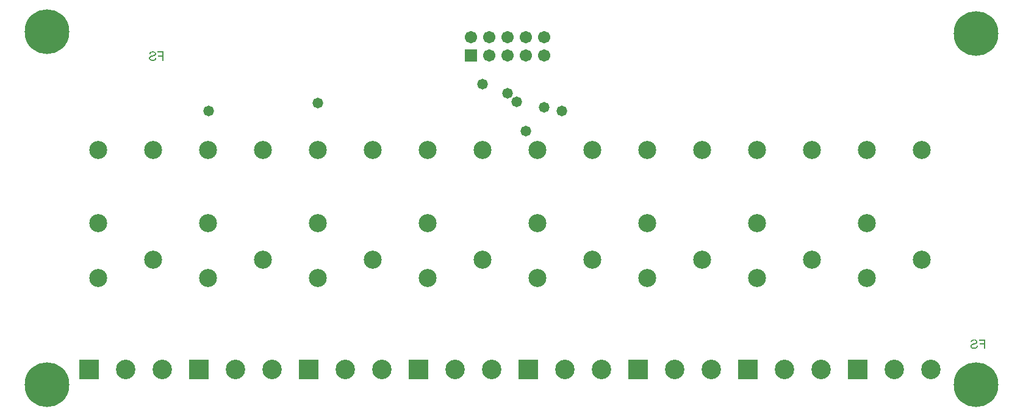
<source format=gbs>
G04 Layer_Color=16711935*
%FSLAX44Y44*%
%MOMM*%
G71*
G01*
G75*
%ADD28C,2.5032*%
%ADD29C,6.2032*%
%ADD30R,1.7032X1.7032*%
%ADD31C,1.7032*%
%ADD32R,2.7032X2.7032*%
%ADD33C,2.7032*%
%ADD34C,1.4732*%
G36*
X197500Y485000D02*
X195803D01*
Y490813D01*
X189795D01*
Y492315D01*
X195803D01*
Y496314D01*
X188859D01*
Y497816D01*
X197500D01*
Y485000D01*
D02*
G37*
G36*
X182714Y498012D02*
X183162Y497953D01*
X183553Y497894D01*
X183904Y497816D01*
X184177Y497719D01*
X184294Y497680D01*
X184391Y497660D01*
X184489Y497621D01*
X184548Y497602D01*
X184567Y497582D01*
X184587D01*
X184957Y497407D01*
X185289Y497192D01*
X185562Y496978D01*
X185777Y496782D01*
X185952Y496587D01*
X186089Y496431D01*
X186167Y496334D01*
X186186Y496314D01*
Y496295D01*
X186362Y495983D01*
X186498Y495651D01*
X186596Y495359D01*
X186654Y495066D01*
X186693Y494832D01*
X186732Y494656D01*
Y494578D01*
Y494520D01*
Y494500D01*
Y494481D01*
X186713Y494169D01*
X186654Y493856D01*
X186596Y493583D01*
X186498Y493349D01*
X186420Y493154D01*
X186362Y493018D01*
X186303Y492920D01*
X186284Y492881D01*
X186089Y492627D01*
X185874Y492393D01*
X185659Y492198D01*
X185425Y492023D01*
X185230Y491886D01*
X185074Y491789D01*
X184957Y491711D01*
X184938Y491691D01*
X184918D01*
X184782Y491613D01*
X184606Y491555D01*
X184235Y491418D01*
X183826Y491282D01*
X183416Y491145D01*
X183046Y491047D01*
X182889Y491008D01*
X182753Y490969D01*
X182636Y490930D01*
X182538Y490911D01*
X182480Y490891D01*
X182460D01*
X182148Y490813D01*
X181856Y490735D01*
X181582Y490677D01*
X181348Y490618D01*
X181153Y490560D01*
X180958Y490501D01*
X180802Y490462D01*
X180646Y490423D01*
X180529Y490384D01*
X180431Y490345D01*
X180275Y490306D01*
X180197Y490287D01*
X180178Y490267D01*
X179905Y490150D01*
X179651Y490014D01*
X179456Y489897D01*
X179300Y489779D01*
X179183Y489662D01*
X179086Y489584D01*
X179046Y489526D01*
X179027Y489506D01*
X178910Y489331D01*
X178832Y489155D01*
X178754Y488980D01*
X178715Y488804D01*
X178695Y488667D01*
X178676Y488550D01*
Y488473D01*
Y488453D01*
X178695Y488238D01*
X178734Y488043D01*
X178793Y487848D01*
X178851Y487692D01*
X178929Y487556D01*
X178988Y487458D01*
X179027Y487380D01*
X179046Y487360D01*
X179202Y487185D01*
X179378Y487029D01*
X179554Y486892D01*
X179749Y486775D01*
X179905Y486678D01*
X180041Y486619D01*
X180119Y486580D01*
X180158Y486561D01*
X180451Y486463D01*
X180744Y486405D01*
X181017Y486346D01*
X181290Y486327D01*
X181504Y486307D01*
X181700Y486288D01*
X181856D01*
X182246Y486307D01*
X182616Y486346D01*
X182967Y486405D01*
X183241Y486483D01*
X183494Y486541D01*
X183670Y486600D01*
X183787Y486639D01*
X183806Y486658D01*
X183826D01*
X184118Y486814D01*
X184391Y486970D01*
X184606Y487146D01*
X184782Y487302D01*
X184938Y487439D01*
X185035Y487556D01*
X185094Y487634D01*
X185113Y487653D01*
X185250Y487907D01*
X185367Y488160D01*
X185445Y488433D01*
X185523Y488687D01*
X185562Y488921D01*
X185601Y489097D01*
X185620Y489214D01*
Y489233D01*
Y489253D01*
X187220Y489116D01*
X187181Y488648D01*
X187103Y488219D01*
X186986Y487809D01*
X186869Y487478D01*
X186752Y487185D01*
X186693Y487068D01*
X186635Y486970D01*
X186596Y486892D01*
X186557Y486834D01*
X186537Y486814D01*
Y486795D01*
X186264Y486444D01*
X185952Y486132D01*
X185659Y485878D01*
X185347Y485663D01*
X185094Y485488D01*
X184879Y485371D01*
X184801Y485332D01*
X184743Y485293D01*
X184704Y485273D01*
X184684D01*
X184216Y485117D01*
X183728Y485000D01*
X183241Y484903D01*
X182792Y484844D01*
X182577Y484825D01*
X182382Y484805D01*
X182207D01*
X182070Y484786D01*
X181777D01*
X181270Y484805D01*
X180822Y484864D01*
X180392Y484942D01*
X180041Y485039D01*
X179729Y485117D01*
X179612Y485156D01*
X179515Y485195D01*
X179437Y485234D01*
X179378Y485254D01*
X179339Y485273D01*
X179320D01*
X178929Y485488D01*
X178578Y485702D01*
X178286Y485937D01*
X178052Y486171D01*
X177857Y486366D01*
X177740Y486522D01*
X177642Y486639D01*
X177623Y486678D01*
X177427Y487009D01*
X177291Y487360D01*
X177174Y487692D01*
X177115Y487985D01*
X177076Y488238D01*
X177037Y488433D01*
Y488512D01*
Y488570D01*
Y488590D01*
Y488609D01*
X177057Y488980D01*
X177115Y489331D01*
X177213Y489643D01*
X177310Y489897D01*
X177408Y490131D01*
X177505Y490287D01*
X177564Y490384D01*
X177583Y490423D01*
X177798Y490696D01*
X178052Y490950D01*
X178325Y491184D01*
X178598Y491379D01*
X178851Y491516D01*
X179046Y491633D01*
X179125Y491672D01*
X179163Y491711D01*
X179202Y491730D01*
X179222D01*
X179378Y491789D01*
X179573Y491867D01*
X179768Y491945D01*
X180002Y492003D01*
X180471Y492140D01*
X180939Y492276D01*
X181368Y492374D01*
X181563Y492432D01*
X181738Y492471D01*
X181875Y492510D01*
X181973Y492530D01*
X182051Y492550D01*
X182070D01*
X182441Y492647D01*
X182772Y492725D01*
X183065Y492803D01*
X183338Y492901D01*
X183572Y492979D01*
X183767Y493037D01*
X183943Y493115D01*
X184099Y493193D01*
X184235Y493252D01*
X184352Y493291D01*
X184431Y493349D01*
X184489Y493388D01*
X184587Y493447D01*
X184606Y493466D01*
X184762Y493642D01*
X184879Y493817D01*
X184977Y494012D01*
X185035Y494188D01*
X185074Y494344D01*
X185094Y494481D01*
Y494559D01*
Y494598D01*
X185055Y494890D01*
X184977Y495144D01*
X184879Y495378D01*
X184743Y495573D01*
X184625Y495749D01*
X184508Y495866D01*
X184431Y495944D01*
X184411Y495963D01*
X184274Y496061D01*
X184118Y496158D01*
X183767Y496295D01*
X183397Y496392D01*
X183026Y496451D01*
X182694Y496509D01*
X182538D01*
X182421Y496529D01*
X182168D01*
X181641Y496509D01*
X181192Y496431D01*
X180802Y496334D01*
X180490Y496217D01*
X180256Y496100D01*
X180080Y496002D01*
X179983Y495924D01*
X179944Y495905D01*
X179690Y495651D01*
X179476Y495359D01*
X179320Y495066D01*
X179202Y494773D01*
X179125Y494500D01*
X179086Y494286D01*
X179066Y494208D01*
X179046Y494149D01*
Y494110D01*
Y494090D01*
X177427Y494208D01*
X177466Y494617D01*
X177544Y494988D01*
X177661Y495339D01*
X177778Y495632D01*
X177876Y495866D01*
X177974Y496061D01*
X178052Y496178D01*
X178071Y496217D01*
X178305Y496529D01*
X178578Y496802D01*
X178851Y497036D01*
X179125Y497231D01*
X179378Y497368D01*
X179573Y497485D01*
X179651Y497524D01*
X179710Y497543D01*
X179729Y497563D01*
X179749D01*
X180158Y497719D01*
X180588Y497836D01*
X181017Y497914D01*
X181407Y497972D01*
X181738Y498012D01*
X181875D01*
X182012Y498031D01*
X182246D01*
X182714Y498012D01*
D02*
G37*
G36*
X1337500Y85000D02*
X1335803D01*
Y90813D01*
X1329795D01*
Y92315D01*
X1335803D01*
Y96314D01*
X1328859D01*
Y97816D01*
X1337500D01*
Y85000D01*
D02*
G37*
G36*
X1322714Y98012D02*
X1323163Y97953D01*
X1323553Y97894D01*
X1323904Y97816D01*
X1324177Y97719D01*
X1324294Y97680D01*
X1324391Y97660D01*
X1324489Y97621D01*
X1324547Y97602D01*
X1324567Y97582D01*
X1324586D01*
X1324957Y97407D01*
X1325289Y97192D01*
X1325562Y96978D01*
X1325776Y96783D01*
X1325952Y96587D01*
X1326089Y96431D01*
X1326167Y96334D01*
X1326186Y96314D01*
Y96295D01*
X1326362Y95983D01*
X1326498Y95651D01*
X1326596Y95358D01*
X1326654Y95066D01*
X1326693Y94832D01*
X1326732Y94656D01*
Y94578D01*
Y94520D01*
Y94500D01*
Y94481D01*
X1326713Y94169D01*
X1326654Y93856D01*
X1326596Y93583D01*
X1326498Y93349D01*
X1326420Y93154D01*
X1326362Y93018D01*
X1326303Y92920D01*
X1326284Y92881D01*
X1326089Y92627D01*
X1325874Y92393D01*
X1325659Y92198D01*
X1325425Y92023D01*
X1325230Y91886D01*
X1325074Y91789D01*
X1324957Y91711D01*
X1324938Y91691D01*
X1324918D01*
X1324782Y91613D01*
X1324606Y91555D01*
X1324235Y91418D01*
X1323826Y91281D01*
X1323416Y91145D01*
X1323045Y91047D01*
X1322889Y91008D01*
X1322753Y90969D01*
X1322636Y90930D01*
X1322538Y90911D01*
X1322480Y90891D01*
X1322460D01*
X1322148Y90813D01*
X1321855Y90735D01*
X1321582Y90677D01*
X1321348Y90618D01*
X1321153Y90560D01*
X1320958Y90501D01*
X1320802Y90462D01*
X1320646Y90423D01*
X1320529Y90384D01*
X1320432Y90345D01*
X1320275Y90306D01*
X1320197Y90287D01*
X1320178Y90267D01*
X1319905Y90150D01*
X1319651Y90014D01*
X1319456Y89896D01*
X1319300Y89779D01*
X1319183Y89662D01*
X1319086Y89584D01*
X1319046Y89526D01*
X1319027Y89506D01*
X1318910Y89331D01*
X1318832Y89155D01*
X1318754Y88980D01*
X1318715Y88804D01*
X1318695Y88667D01*
X1318676Y88551D01*
Y88472D01*
Y88453D01*
X1318695Y88238D01*
X1318734Y88043D01*
X1318793Y87848D01*
X1318851Y87692D01*
X1318929Y87556D01*
X1318988Y87458D01*
X1319027Y87380D01*
X1319046Y87361D01*
X1319203Y87185D01*
X1319378Y87029D01*
X1319554Y86892D01*
X1319749Y86775D01*
X1319905Y86678D01*
X1320041Y86619D01*
X1320119Y86580D01*
X1320158Y86561D01*
X1320451Y86463D01*
X1320744Y86405D01*
X1321017Y86346D01*
X1321290Y86327D01*
X1321504Y86307D01*
X1321699Y86288D01*
X1321855D01*
X1322246Y86307D01*
X1322616Y86346D01*
X1322967Y86405D01*
X1323241Y86483D01*
X1323494Y86541D01*
X1323670Y86600D01*
X1323787Y86639D01*
X1323806Y86658D01*
X1323826D01*
X1324118Y86814D01*
X1324391Y86970D01*
X1324606Y87146D01*
X1324782Y87302D01*
X1324938Y87439D01*
X1325035Y87556D01*
X1325094Y87634D01*
X1325113Y87653D01*
X1325250Y87907D01*
X1325367Y88160D01*
X1325445Y88434D01*
X1325523Y88687D01*
X1325562Y88921D01*
X1325601Y89097D01*
X1325620Y89214D01*
Y89233D01*
Y89253D01*
X1327220Y89116D01*
X1327181Y88648D01*
X1327103Y88219D01*
X1326986Y87809D01*
X1326869Y87478D01*
X1326752Y87185D01*
X1326693Y87068D01*
X1326635Y86970D01*
X1326596Y86892D01*
X1326557Y86834D01*
X1326537Y86814D01*
Y86795D01*
X1326264Y86444D01*
X1325952Y86132D01*
X1325659Y85878D01*
X1325347Y85663D01*
X1325094Y85488D01*
X1324879Y85371D01*
X1324801Y85332D01*
X1324743Y85293D01*
X1324704Y85273D01*
X1324684D01*
X1324216Y85117D01*
X1323728Y85000D01*
X1323241Y84903D01*
X1322792Y84844D01*
X1322577Y84825D01*
X1322382Y84805D01*
X1322207D01*
X1322070Y84786D01*
X1321777D01*
X1321270Y84805D01*
X1320822Y84864D01*
X1320392Y84942D01*
X1320041Y85039D01*
X1319729Y85117D01*
X1319612Y85156D01*
X1319515Y85195D01*
X1319437Y85234D01*
X1319378Y85254D01*
X1319339Y85273D01*
X1319320D01*
X1318929Y85488D01*
X1318578Y85702D01*
X1318286Y85936D01*
X1318052Y86171D01*
X1317856Y86366D01*
X1317740Y86522D01*
X1317642Y86639D01*
X1317622Y86678D01*
X1317427Y87009D01*
X1317291Y87361D01*
X1317174Y87692D01*
X1317115Y87985D01*
X1317076Y88238D01*
X1317037Y88434D01*
Y88511D01*
Y88570D01*
Y88589D01*
Y88609D01*
X1317057Y88980D01*
X1317115Y89331D01*
X1317213Y89643D01*
X1317310Y89896D01*
X1317408Y90131D01*
X1317505Y90287D01*
X1317564Y90384D01*
X1317583Y90423D01*
X1317798Y90696D01*
X1318052Y90950D01*
X1318325Y91184D01*
X1318598Y91379D01*
X1318851Y91516D01*
X1319046Y91633D01*
X1319124Y91672D01*
X1319164Y91711D01*
X1319203Y91730D01*
X1319222D01*
X1319378Y91789D01*
X1319573Y91867D01*
X1319768Y91945D01*
X1320002Y92003D01*
X1320470Y92140D01*
X1320939Y92276D01*
X1321368Y92374D01*
X1321563Y92432D01*
X1321738Y92471D01*
X1321875Y92510D01*
X1321973Y92530D01*
X1322051Y92549D01*
X1322070D01*
X1322441Y92647D01*
X1322772Y92725D01*
X1323065Y92803D01*
X1323338Y92901D01*
X1323572Y92979D01*
X1323767Y93037D01*
X1323943Y93115D01*
X1324099Y93193D01*
X1324235Y93252D01*
X1324352Y93291D01*
X1324430Y93349D01*
X1324489Y93388D01*
X1324586Y93447D01*
X1324606Y93466D01*
X1324762Y93642D01*
X1324879Y93817D01*
X1324977Y94012D01*
X1325035Y94188D01*
X1325074Y94344D01*
X1325094Y94481D01*
Y94559D01*
Y94598D01*
X1325055Y94890D01*
X1324977Y95144D01*
X1324879Y95378D01*
X1324743Y95573D01*
X1324626Y95749D01*
X1324509Y95866D01*
X1324430Y95944D01*
X1324411Y95963D01*
X1324274Y96061D01*
X1324118Y96158D01*
X1323767Y96295D01*
X1323397Y96392D01*
X1323026Y96451D01*
X1322694Y96509D01*
X1322538D01*
X1322421Y96529D01*
X1322168D01*
X1321641Y96509D01*
X1321192Y96431D01*
X1320802Y96334D01*
X1320490Y96217D01*
X1320256Y96100D01*
X1320080Y96002D01*
X1319983Y95924D01*
X1319944Y95905D01*
X1319690Y95651D01*
X1319476Y95358D01*
X1319320Y95066D01*
X1319203Y94773D01*
X1319124Y94500D01*
X1319086Y94286D01*
X1319066Y94208D01*
X1319046Y94149D01*
Y94110D01*
Y94090D01*
X1317427Y94208D01*
X1317466Y94617D01*
X1317544Y94988D01*
X1317661Y95339D01*
X1317778Y95632D01*
X1317876Y95866D01*
X1317974Y96061D01*
X1318052Y96178D01*
X1318071Y96217D01*
X1318305Y96529D01*
X1318578Y96802D01*
X1318851Y97036D01*
X1319124Y97231D01*
X1319378Y97368D01*
X1319573Y97485D01*
X1319651Y97524D01*
X1319710Y97543D01*
X1319729Y97563D01*
X1319749D01*
X1320158Y97719D01*
X1320587Y97836D01*
X1321017Y97914D01*
X1321407Y97972D01*
X1321738Y98012D01*
X1321875D01*
X1322012Y98031D01*
X1322246D01*
X1322714Y98012D01*
D02*
G37*
D28*
X106400Y360600D02*
D03*
X182600Y208200D02*
D03*
X106400Y182800D02*
D03*
Y259000D02*
D03*
X182600Y360600D02*
D03*
X258800D02*
D03*
X335000Y208200D02*
D03*
X258800Y182800D02*
D03*
Y259000D02*
D03*
X335000Y360600D02*
D03*
X411200D02*
D03*
X487400Y208200D02*
D03*
X411200Y182800D02*
D03*
Y259000D02*
D03*
X487400Y360600D02*
D03*
X563600D02*
D03*
X639800Y208200D02*
D03*
X563600Y182800D02*
D03*
Y259000D02*
D03*
X639800Y360600D02*
D03*
X716000D02*
D03*
X792200Y208200D02*
D03*
X716000Y182800D02*
D03*
Y259000D02*
D03*
X792200Y360600D02*
D03*
X868400D02*
D03*
X944600Y208200D02*
D03*
X868400Y182800D02*
D03*
Y259000D02*
D03*
X944600Y360600D02*
D03*
X1020800D02*
D03*
X1097000Y208200D02*
D03*
X1020800Y182800D02*
D03*
Y259000D02*
D03*
X1097000Y360600D02*
D03*
X1173200D02*
D03*
X1249400Y208200D02*
D03*
X1173200Y182800D02*
D03*
Y259000D02*
D03*
X1249400Y360600D02*
D03*
D29*
X35000Y35000D02*
D03*
X1325000Y522500D02*
D03*
Y35000D02*
D03*
X35000Y525000D02*
D03*
D30*
X624200Y492300D02*
D03*
D31*
Y517700D02*
D03*
X649600Y492300D02*
D03*
Y517700D02*
D03*
X675000Y492300D02*
D03*
Y517700D02*
D03*
X700400Y492300D02*
D03*
Y517700D02*
D03*
X725800Y492300D02*
D03*
Y517700D02*
D03*
D32*
X1160300Y55800D02*
D03*
X93500D02*
D03*
X245900D02*
D03*
X398300D02*
D03*
X550700D02*
D03*
X703100D02*
D03*
X855500D02*
D03*
X1007900D02*
D03*
D33*
X1211100D02*
D03*
X1261900D02*
D03*
X195100D02*
D03*
X144300D02*
D03*
X347500D02*
D03*
X296700D02*
D03*
X499900D02*
D03*
X449100D02*
D03*
X652300D02*
D03*
X601500D02*
D03*
X804700D02*
D03*
X753900D02*
D03*
X957100D02*
D03*
X906300D02*
D03*
X1109500D02*
D03*
X1058700D02*
D03*
D34*
X750002Y415002D02*
D03*
X411200Y426300D02*
D03*
X260000Y415000D02*
D03*
X640000Y452500D02*
D03*
X675000Y440000D02*
D03*
X687500Y427500D02*
D03*
X725000Y420000D02*
D03*
X700000Y387500D02*
D03*
M02*

</source>
